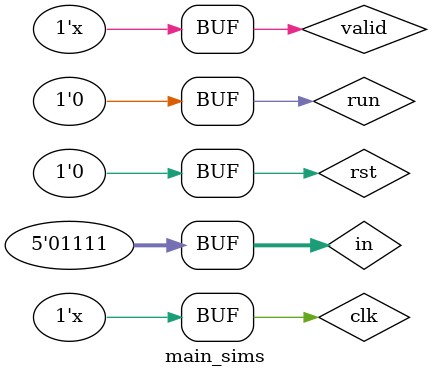
<source format=v>
`timescale 1ns / 1ps


module main_sims(

    );
    reg clk;
    reg rst;
    reg run;
    reg step;
    reg valid;
    reg [4:0] in;
    wire [1:0] check;
    wire [4:0] out0;
    wire [2:0] an;
    wire [3:0] seg;
    wire ready;
    main main_sims(
        .clk(clk),
        .rst(rst),
        .run(run),
        .step(step),
        .valid(valid),
        .in(in),
        .check(check),
        .out0(out0),
        .an(an),
        .seg(seg),
        .ready(ready)
    );
initial
    clk = 0;
always #0.001 clk = ~clk;

initial
    valid = 0;
always #150 valid = ~valid;

initial
    begin
        rst = 1;#20;
        rst = 0;
        run = 1;
        in = 5'b11111; #500;
        in = 5'b01111; #500;
        run = 0;
        in = 5'b11111; #500;
        in = 4'b01111;#500;
    end

endmodule

</source>
